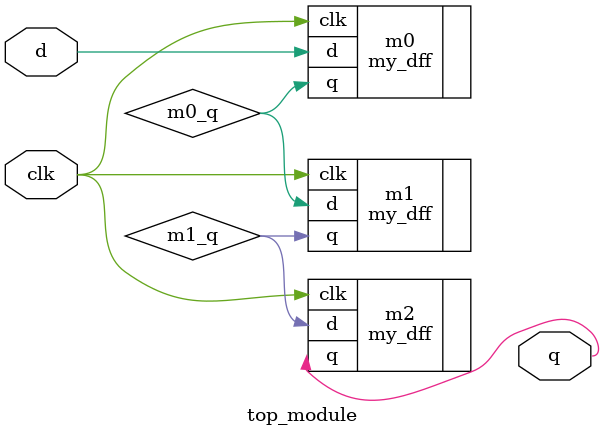
<source format=v>
module top_module ( input clk, input d, output q );
    
    wire m0_q,m1_q;
    my_dff m0(.clk(clk),.d(d),.q(m0_q));
    my_dff m1(.clk(clk),.d(m0_q),.q(m1_q));
    my_dff m2(.clk(clk),.d(m1_q),.q(q));
endmodule

</source>
